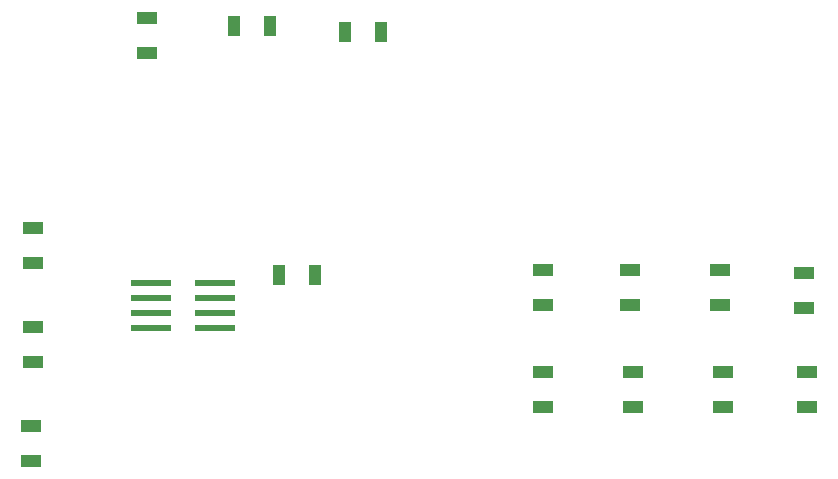
<source format=gtp>
G04*
G04 #@! TF.GenerationSoftware,Altium Limited,Altium Designer,24.1.2 (44)*
G04*
G04 Layer_Color=8421504*
%FSLAX25Y25*%
%MOIN*%
G70*
G04*
G04 #@! TF.SameCoordinates,DF6D4255-D543-4343-BE3F-48429236DA3E*
G04*
G04*
G04 #@! TF.FilePolarity,Positive*
G04*
G01*
G75*
%ADD19R,0.13386X0.02362*%
%ADD20R,0.07100X0.04400*%
%ADD21R,0.04400X0.07100*%
D19*
X87370Y89500D02*
D03*
Y84500D02*
D03*
Y79500D02*
D03*
Y74500D02*
D03*
X108630D02*
D03*
Y79500D02*
D03*
Y84500D02*
D03*
Y89500D02*
D03*
D20*
X86000Y166000D02*
D03*
Y177800D02*
D03*
X48000Y107800D02*
D03*
Y96000D02*
D03*
Y74850D02*
D03*
Y63050D02*
D03*
X305000Y81100D02*
D03*
Y92900D02*
D03*
X277000Y82000D02*
D03*
Y93800D02*
D03*
X247000Y82100D02*
D03*
Y93900D02*
D03*
X218000Y82100D02*
D03*
Y93900D02*
D03*
X248000Y59900D02*
D03*
Y48100D02*
D03*
X306000Y59900D02*
D03*
Y48100D02*
D03*
X218000Y59900D02*
D03*
Y48100D02*
D03*
X278000Y59900D02*
D03*
Y48100D02*
D03*
X47162Y30100D02*
D03*
Y41900D02*
D03*
D21*
X126900Y175000D02*
D03*
X115100D02*
D03*
X152100Y173000D02*
D03*
X163900D02*
D03*
X130100Y92000D02*
D03*
X141900D02*
D03*
M02*

</source>
